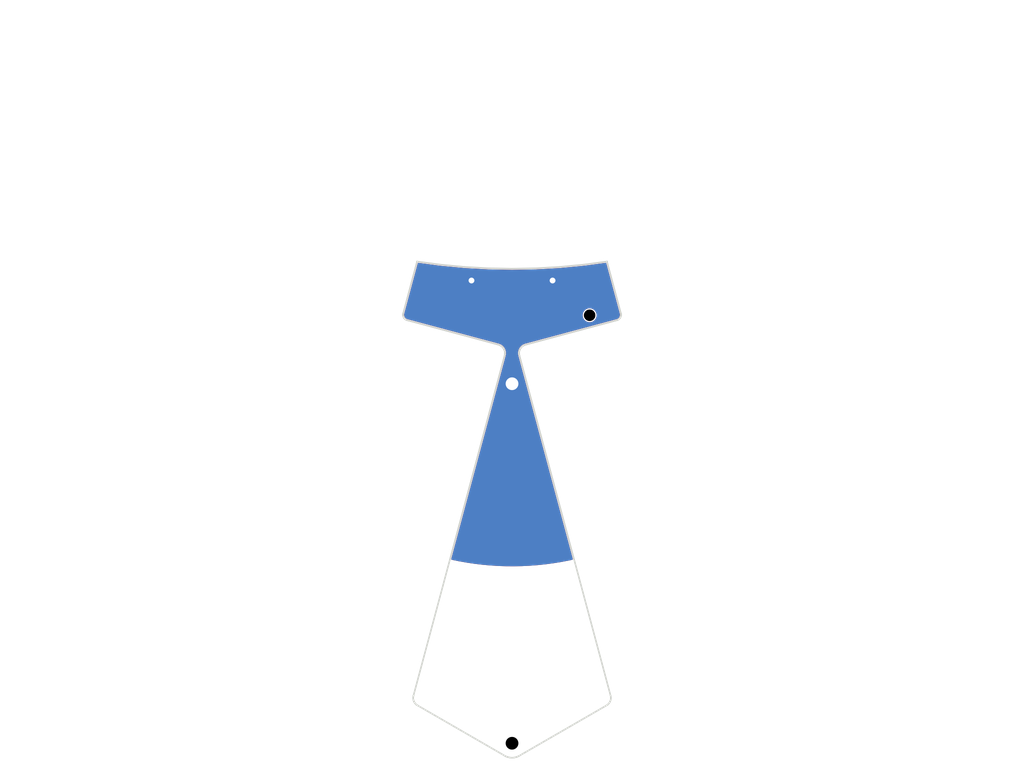
<source format=kicad_pcb>
(kicad_pcb (version 20211014) (generator pcbnew)
  (layers (0 "F.Cu" signal) (31 "B.Cu" signal) (34 "B.Paste" user) (35 "F.Paste" user) (36 "B.SilkS" user "B.Silkscreen") (37 "F.SilkS" user "F.Silkscreen") (38 "B.Mask" user) (39 "F.Mask" user) (44 "Edge.Cuts" user))
  (net 0 "")
  (net 1 "shield")
  (footprint "one42:one42cover" (layer "F.Cu") (at 147 35)
    (fp_text reference "REF**" hide)
    (fp_text value "one42cover")
    (fp_line (start 2.262473 23.609091) (end 2.190392 23.634405) (layer "Edge.Cuts") (width 0.264583))
    (fp_line (start 18.788224 18.143743) (end 18.800285 18.193784) (layer "Edge.Cuts") (width 0.264583))
    (fp_line (start -1.227043 25.124443) (end -1.22444 25.050012) (layer "Edge.Cuts") (width 0.264583))
    (fp_line (start 1.59275 24.05175) (end 1.546769 24.107366) (layer "Edge.Cuts") (width 0.264583))
    (fp_line (start -1.503538 24.165045) (end -1.546747 24.107366) (layer "Edge.Cuts") (width 0.264583))
    (fp_line (start -1.102941 94.640459) (end -1.249989 94.561956) (layer "Edge.Cuts") (width 0.264583))
    (fp_line (start -16.996541 85.023582) (end -17.013953 84.965726) (layer "Edge.Cuts") (width 0.264583))
    (fp_line (start 1.986653 23.729875) (end 1.92313 23.767824) (layer "Edge.Cuts") (width 0.264583))
    (fp_line (start -8.21594 10.149442) (end -4.110175 10.382266) (layer "Edge.Cuts") (width 0.264583))
    (fp_line (start -0.641816 94.813165) (end -0.798329 94.766063) (layer "Edge.Cuts") (width 0.264583))
    (fp_line (start 1.265694 24.686862) (end 1.250437 24.757907) (layer "Edge.Cuts") (width 0.264583))
    (fp_line (start -1.257753 25.349259) (end -1.243633 25.274182) (layer "Edge.Cuts") (width 0.264583))
    (fp_line (start -1.230283 24.902605) (end -1.238596 24.829859) (layer "Edge.Cuts") (width 0.264583))
    (fp_line (start -18.178518 19.337024) (end -18.225212 19.317928) (layer "Edge.Cuts") (width 0.264583))
    (fp_line (start -1.284302 24.616841) (end -1.306238 24.547958) (layer "Edge.Cuts") (width 0.264583))
    (fp_line (start -1.238596 24.829859) (end -1.250415 24.757907) (layer "Edge.Cuts") (width 0.264583))
    (fp_line (start -18.813034 18.540054) (end -18.818576 18.491556) (layer "Edge.Cuts") (width 0.264583))
    (fp_line (start -18.607601 19.021722) (end -18.636407 18.983269) (layer "Edge.Cuts") (width 0.264583))
    (fp_line (start 16.904248 85.246451) (end 16.844902 85.351757) (layer "Edge.Cuts") (width 0.264583))
    (fp_line (start -16.571959 85.678407) (end -16.616922 85.636302) (layer "Edge.Cuts") (width 0.264583))
    (fp_line (start 16.31906 85.861882) (end 16.31906 85.861882) (layer "Edge.Cuts") (width 0.264583))
    (fp_line (start -16.396603 9.218145) (end -12.312886 9.761401) (layer "Edge.Cuts") (width 0.264583))
    (fp_line (start 0.952234 94.708494) (end 0.798351 94.766063) (layer "Edge.Cuts") (width 0.264583))
    (fp_line (start 18.822494 18.393284) (end 18.821759 18.442607) (layer "Edge.Cuts") (width 0.264583))
    (fp_line (start -17.04177 84.847946) (end -17.052116 84.788165) (layer "Edge.Cuts") (width 0.264583))
    (fp_line (start -16.373271 85.82901) (end -16.425709 85.794174) (layer "Edge.Cuts") (width 0.264583))
    (fp_line (start 1.102963 94.640459) (end 0.952234 94.708494) (layer "Edge.Cuts") (width 0.264583))
    (fp_line (start -17.060048 84.727884) (end -17.065536 84.667175) (layer "Edge.Cuts") (width 0.264583))
    (fp_line (start -18.225212 19.317928) (end -18.270502 19.296688) (layer "Edge.Cuts") (width 0.264583))
    (fp_line (start 17.045517 84.297887) (end 17.062483 84.421458) (layer "Edge.Cuts") (width 0.264583))
    (fp_line (start 18.711312 18.860432) (end 18.688318 18.902547) (layer "Edge.Cuts") (width 0.264583))
    (fp_line (start 1.546769 24.107366) (end 1.50356 24.165045) (layer "Edge.Cuts") (width 0.264583))
    (fp_line (start -16.84488 85.351752) (end -16.875627 85.29967) (layer "Edge.Cuts") (width 0.264583))
    (fp_line (start 18.663342 18.943519) (end 18.636429 18.983269) (layer "Edge.Cuts") (width 0.264583))
    (fp_line (start -18.794983 18.635386) (end -18.805155 18.588023) (layer "Edge.Cuts") (width 0.264583))
    (fp_line (start 18.576968 19.058799) (end 18.54451 19.094425) (layer "Edge.Cuts") (width 0.264583))
    (fp_line (start -1.425704 24.286126) (end -1.463168 24.22467) (layer "Edge.Cuts") (width 0.264583))
    (fp_line (start 2.336527 23.587224) (end 2.262473 23.609091) (layer "Edge.Cuts") (width 0.264583))
    (fp_line (start -17.029039 84.907157) (end -17.04177 84.847946) (layer "Edge.Cuts") (width 0.264583))
    (fp_line (start 18.081117 19.368474) (end 2.336527 23.587224) (layer "Edge.Cuts") (width 0.264583))
    (fp_line (start 0.641838 94.813165) (end 0.483221 94.8498) (layer "Edge.Cuts") (width 0.264583))
    (fp_line (start 1.230305 24.902605) (end 1.225564 24.976028) (layer "Edge.Cuts") (width 0.264583))
    (fp_line (start 16.95488 85.136869) (end 16.904248 85.246451) (layer "Edge.Cuts") (width 0.264583))
    (fp_line (start -1.275845 25.424321) (end -1.275845 25.424321) (layer "Edge.Cuts") (width 0.264583))
    (fp_line (start 1.641438 23.998312) (end 1.59275 24.05175) (layer "Edge.Cuts") (width 0.264583))
    (fp_line (start -16.525083 85.718801) (end -16.571959 85.678407) (layer "Edge.Cuts") (width 0.264583))
    (fp_line (start -18.081095 19.368474) (end -18.130464 19.353898) (layer "Edge.Cuts") (width 0.264583))
    (fp_line (start 1.225564 24.976028) (end 1.224462 25.050012) (layer "Edge.Cuts") (width 0.264583))
    (fp_line (start -18.809676 18.243836) (end -18.800263 18.193784) (layer "Edge.Cuts") (width 0.264583))
    (fp_line (start -12.312886 9.761401) (end -8.21594 10.149442) (layer "Edge.Cuts") (width 0.264583))
    (fp_line (start -18.270502 19.296688) (end -18.314344 19.27338) (layer "Edge.Cuts") (width 0.264583))
    (fp_line (start -4.110175 10.382266) (end 0 10.459874) (layer "Edge.Cuts") (width 0.264583))
    (fp_line (start -18.805155 18.588023) (end -18.813034 18.540054) (layer "Edge.Cuts") (width 0.264583))
    (fp_line (start -1.546747 24.107366) (end -1.592728 24.05175) (layer "Edge.Cuts") (width 0.264583))
    (fp_line (start -16.777057 85.452208) (end -16.812013 85.402621) (layer "Edge.Cuts") (width 0.264583))
    (fp_line (start -2.262451 23.609091) (end -2.336505 23.587224) (layer "Edge.Cuts") (width 0.264583))
    (fp_line (start 1.861913 23.808643) (end 1.803069 23.852216) (layer "Edge.Cuts") (width 0.264583))
    (fp_line (start -18.474337 19.161013) (end -18.51027 19.128522) (layer "Edge.Cuts") (width 0.264583))
    (fp_line (start 18.732281 18.817249) (end 18.711312 18.860432) (layer "Edge.Cuts") (width 0.264583))
    (fp_line (start -0.323006 94.875967) (end -0.4832 94.8498) (layer "Edge.Cuts") (width 0.264583))
    (fp_line (start 0 10.459874) (end 4.110175 10.382266) (layer "Edge.Cuts") (width 0.264583))
    (fp_line (start 18.225234 19.317928) (end 18.17854 19.337024) (layer "Edge.Cuts") (width 0.264583))
    (fp_line (start 18.474359 19.161013) (end 18.436756 19.191821) (layer "Edge.Cuts") (width 0.264583))
    (fp_line (start 1.30626 24.547958) (end 1.284324 24.616841) (layer "Edge.Cuts") (width 0.264583))
    (fp_line (start 17.017949 84.174596) (end 17.045517 84.297887) (layer "Edge.Cuts") (width 0.264583))
    (fp_line (start -18.816486 18.293821) (end -18.809676 18.243836) (layer "Edge.Cuts") (width 0.264583))
    (fp_line (start -18.76794 18.72799) (end -18.782564 18.682068) (layer "Edge.Cuts") (width 0.264583))
    (fp_line (start -17.013953 84.965726) (end -17.029039 84.907157) (layer "Edge.Cuts") (width 0.264583))
    (fp_line (start -1.923108 23.767824) (end -1.986631 23.729875) (layer "Edge.Cuts") (width 0.264583))
    (fp_line (start 18.813056 18.540054) (end 18.805177 18.588023) (layer "Edge.Cuts") (width 0.264583))
    (fp_line (start 18.751179 18.773076) (end 18.732281 18.817249) (layer "Edge.Cuts") (width 0.264583))
    (fp_line (start -18.732259 18.817249) (end -18.751157 18.773076) (layer "Edge.Cuts") (width 0.264583))
    (fp_line (start 17.029061 84.907151) (end 16.996563 85.023579) (layer "Edge.Cuts") (width 0.264583))
    (fp_line (start -18.356693 19.248082) (end -18.397504 19.22087) (layer "Edge.Cuts") (width 0.264583))
    (fp_line (start 4.110175 10.382266) (end 8.21594 10.149442) (layer "Edge.Cuts") (width 0.264583))
    (fp_line (start -1.692742 23.947166) (end -1.746642 23.898429) (layer "Edge.Cuts") (width 0.264583))
    (fp_line (start -18.688296 18.902547) (end -18.71129 18.860432) (layer "Edge.Cuts") (width 0.264583))
    (fp_line (start 18.314366 19.27338) (end 18.270524 19.296688) (layer "Edge.Cuts") (width 0.264583))
    (fp_line (start -1.225542 24.976028) (end -1.230283 24.902605) (layer "Edge.Cuts") (width 0.264583))
    (fp_line (start 0.161782 94.891668) (end 0.000011 94.896901) (layer "Edge.Cuts") (width 0.264583))
    (fp_line (start 1.391234 24.349299) (end 1.359781 24.414072) (layer "Edge.Cuts") (width 0.264583))
    (fp_line (start 0.483221 94.8498) (end 0.323028 94.875967) (layer "Edge.Cuts") (width 0.264583))
    (fp_line (start 18.436756 19.191821) (end 18.397526 19.22087) (layer "Edge.Cuts") (width 0.264583))
    (fp_line (start -1.463168 24.22467) (end -1.503538 24.165045) (layer "Edge.Cuts") (width 0.264583))
    (fp_line (start -2.336505 23.587224) (end -18.081095 19.368474) (layer "Edge.Cuts") (width 0.264583))
    (fp_line (start -18.822472 18.393284) (end -18.820736 18.343663) (layer "Edge.Cuts") (width 0.264583))
    (fp_line (start 16.616944 85.636318) (end 16.525105 85.718821) (layer "Edge.Cuts") (width 0.264583))
    (fp_line (start 18.54451 19.094425) (end 18.510292 19.128522) (layer "Edge.Cuts") (width 0.264583))
    (fp_line (start -18.576946 19.058799) (end -18.607601 19.021722) (layer "Edge.Cuts") (width 0.264583))
    (fp_line (start 18.607623 19.021722) (end 18.576968 19.058799) (layer "Edge.Cuts") (width 0.264583))
    (fp_line (start 17.017949 84.174596) (end 17.017949 84.174596) (layer "Edge.Cuts") (width 0.264583))
    (fp_line (start -17.017927 84.174596) (end -1.275845 25.424321) (layer "Edge.Cuts") (width 0.264583))
    (fp_line (start 18.800285 18.193784) (end 18.809698 18.243836) (layer "Edge.Cuts") (width 0.264583))
    (fp_line (start 18.510292 19.128522) (end 18.474359 19.161013) (layer "Edge.Cuts") (width 0.264583))
    (fp_line (start -0.798329 94.766063) (end -0.952213 94.708494) (layer "Edge.Cuts") (width 0.264583))
    (fp_line (start -1.746642 23.898429) (end -1.803047 23.852216) (layer "Edge.Cuts") (width 0.264583))
    (fp_line (start -1.391212 24.349299) (end -1.425704 24.286126) (layer "Edge.Cuts") (width 0.264583))
    (fp_line (start -1.249989 94.561956) (end -1.249989 94.561956) (layer "Edge.Cuts") (width 0.264583))
    (fp_line (start -1.250415 24.757907) (end -1.265672 24.686862) (layer "Edge.Cuts") (width 0.264583))
    (fp_line (start 18.788224 18.143743) (end 18.788224 18.143743) (layer "Edge.Cuts") (width 0.264583))
    (fp_line (start -1.243633 25.274182) (end -1.233419 25.199204) (layer "Edge.Cuts") (width 0.264583))
    (fp_line (start -0.16176 94.891668) (end -0.323006 94.875967) (layer "Edge.Cuts") (width 0.264583))
    (fp_line (start -18.818576 18.491556) (end -18.821737 18.442607) (layer "Edge.Cuts") (width 0.264583))
    (fp_line (start -16.319038 85.861852) (end -16.319038 85.861852) (layer "Edge.Cuts") (width 0.264583))
    (fp_line (start -16.319038 85.861852) (end -16.373271 85.82901) (layer "Edge.Cuts") (width 0.264583))
    (fp_line (start -18.71129 18.860432) (end -18.732259 18.817249) (layer "Edge.Cuts") (width 0.264583))
    (fp_line (start -2.052394 23.694912) (end -2.120329 23.66305) (layer "Edge.Cuts") (width 0.264583))
    (fp_line (start -16.659943 85.592559) (end -16.700992 85.547248) (layer "Edge.Cuts") (width 0.264583))
    (fp_line (start -18.821737 18.442607) (end -18.822472 18.393284) (layer "Edge.Cuts") (width 0.264583))
    (fp_line (start 17.062483 84.421458) (end 17.069085 84.54474) (layer "Edge.Cuts") (width 0.264583))
    (fp_line (start 18.795005 18.635386) (end 18.782586 18.682068) (layer "Edge.Cuts") (width 0.264583))
    (fp_line (start -1.233419 25.199204) (end -1.227043 25.124443) (layer "Edge.Cuts") (width 0.264583))
    (fp_line (start -17.069063 84.544756) (end -17.067043 84.483189) (layer "Edge.Cuts") (width 0.264583))
    (fp_line (start 1.803069 23.852216) (end 1.746664 23.898429) (layer "Edge.Cuts") (width 0.264583))
    (fp_line (start -17.065536 84.667175) (end -17.068551 84.606108) (layer "Edge.Cuts") (width 0.264583))
    (fp_line (start 18.17854 19.337024) (end 18.130486 19.353898) (layer "Edge.Cuts") (width 0.264583))
    (fp_line (start 18.821759 18.442607) (end 18.818598 18.491556) (layer "Edge.Cuts") (width 0.264583))
    (fp_line (start 18.805177 18.588023) (end 18.795005 18.635386) (layer "Edge.Cuts") (width 0.264583))
    (fp_line (start 18.636429 18.983269) (end 18.607623 19.021722) (layer "Edge.Cuts") (width 0.264583))
    (fp_line (start 1.692764 23.947166) (end 1.641438 23.998312) (layer "Edge.Cuts") (width 0.264583))
    (fp_line (start -17.045495 84.297912) (end -17.033051 84.236199) (layer "Edge.Cuts") (width 0.264583))
    (fp_line (start 0.323028 94.875967) (end 0.161782 94.891668) (layer "Edge.Cuts") (width 0.264583))
    (fp_line (start 1.227065 25.124443) (end 1.233441 25.199204) (layer "Edge.Cuts") (width 0.264583))
    (fp_line (start 18.820758 18.343663) (end 18.822494 18.393284) (layer "Edge.Cuts") (width 0.264583))
    (fp_line (start -16.954858 85.136869) (end -16.976833 85.080653) (layer "Edge.Cuts") (width 0.264583))
    (fp_line (start 2.120351 23.66305) (end 2.052416 23.694912) (layer "Edge.Cuts") (width 0.264583))
    (fp_line (start -1.249989 94.561956) (end -16.319038 85.861852) (layer "Edge.Cuts") (width 0.264583))
    (fp_line (start 1.257775 25.349259) (end 1.275866 25.424321) (layer "Edge.Cuts") (width 0.264583))
    (fp_line (start -1.22444 25.050012) (end -1.225542 24.976028) (layer "Edge.Cuts") (width 0.264583))
    (fp_line (start -1.641416 23.998312) (end -1.692742 23.947166) (layer "Edge.Cuts") (width 0.264583))
    (fp_line (start -1.306238 24.547958) (end -1.331413 24.48033) (layer "Edge.Cuts") (width 0.264583))
    (fp_line (start -16.904226 85.246449) (end -16.930646 85.192158) (layer "Edge.Cuts") (width 0.264583))
    (fp_line (start -1.359759 24.414072) (end -1.391212 24.349299) (layer "Edge.Cuts") (width 0.264583))
    (fp_line (start 18.130486 19.353898) (end 18.081117 19.368474) (layer "Edge.Cuts") (width 0.264583))
    (fp_line (start -16.476323 85.757414) (end -16.525083 85.718801) (layer "Edge.Cuts") (width 0.264583))
    (fp_line (start 1.50356 24.165045) (end 1.46319 24.22467) (layer "Edge.Cuts") (width 0.264583))
    (fp_line (start 18.397526 19.22087) (end 18.356715 19.248082) (layer "Edge.Cuts") (width 0.264583))
    (fp_line (start 18.688318 18.902547) (end 18.663342 18.943519) (layer "Edge.Cuts") (width 0.264583))
    (fp_line (start -16.875627 85.29967) (end -16.904226 85.246449) (layer "Edge.Cuts") (width 0.264583))
    (fp_line (start -16.616922 85.636302) (end -16.659943 85.592559) (layer "Edge.Cuts") (width 0.264583))
    (fp_line (start 0.798351 94.766063) (end 0.641838 94.813165) (layer "Edge.Cuts") (width 0.264583))
    (fp_line (start -18.782564 18.682068) (end -18.794983 18.635386) (layer "Edge.Cuts") (width 0.264583))
    (fp_line (start 17.069085 84.54474) (end 17.065558 84.667162) (layer "Edge.Cuts") (width 0.264583))
    (fp_line (start -17.062461 84.421478) (end -17.055288 84.359696) (layer "Edge.Cuts") (width 0.264583))
    (fp_line (start -18.51027 19.128522) (end -18.544488 19.094425) (layer "Edge.Cuts") (width 0.264583))
    (fp_line (start 2.190392 23.634405) (end 2.120351 23.66305) (layer "Edge.Cuts") (width 0.264583))
    (fp_line (start 1.224462 25.050012) (end 1.227065 25.124443) (layer "Edge.Cuts") (width 0.264583))
    (fp_line (start 16.425731 85.794199) (end 16.31906 85.861882) (layer "Edge.Cuts") (width 0.264583))
    (fp_line (start 1.284324 24.616841) (end 1.265694 24.686862) (layer "Edge.Cuts") (width 0.264583))
    (fp_line (start -1.592728 24.05175) (end -1.641416 23.998312) (layer "Edge.Cuts") (width 0.264583))
    (fp_line (start 16.996563 85.023579) (end 16.95488 85.136869) (layer "Edge.Cuts") (width 0.264583))
    (fp_line (start -18.314344 19.27338) (end -18.356693 19.248082) (layer "Edge.Cuts") (width 0.264583))
    (fp_line (start 16.396604 9.218145) (end 16.396604 9.218145) (layer "Edge.Cuts") (width 0.264583))
    (fp_line (start -1.861891 23.808643) (end -1.923108 23.767824) (layer "Edge.Cuts") (width 0.264583))
    (fp_line (start -17.055288 84.359696) (end -17.045495 84.297912) (layer "Edge.Cuts") (width 0.264583))
    (fp_line (start 0.000011 94.896901) (end -0.16176 94.891668) (layer "Edge.Cuts") (width 0.264583))
    (fp_line (start 16.844902 85.351757) (end 16.777079 85.452217) (layer "Edge.Cuts") (width 0.264583))
    (fp_line (start 16.525105 85.718821) (end 16.425731 85.794199) (layer "Edge.Cuts") (width 0.264583))
    (fp_line (start -17.052116 84.788165) (end -17.060048 84.727884) (layer "Edge.Cuts") (width 0.264583))
    (fp_line (start -18.081095 19.368474) (end -18.081095 19.368474) (layer "Edge.Cuts") (width 0.264583))
    (fp_line (start -16.700992 85.547248) (end -16.74004 85.500441) (layer "Edge.Cuts") (width 0.264583))
    (fp_line (start -17.017927 84.174627) (end -17.017927 84.174627) (layer "Edge.Cuts") (width 0.264583))
    (fp_line (start -16.976833 85.080653) (end -16.996541 85.023582) (layer "Edge.Cuts") (width 0.264583))
    (fp_line (start -17.017927 84.174627) (end -17.017927 84.174596) (layer "Edge.Cuts") (width 0.264583))
    (fp_line (start -1.331413 24.48033) (end -1.359759 24.414072) (layer "Edge.Cuts") (width 0.264583))
    (fp_line (start 18.816508 18.293821) (end 18.820758 18.343663) (layer "Edge.Cuts") (width 0.264583))
    (fp_line (start -1.265672 24.686862) (end -1.284302 24.616841) (layer "Edge.Cuts") (width 0.264583))
    (fp_line (start -16.396603 9.218145) (end -16.396603 9.218145) (layer "Edge.Cuts") (width 0.264583))
    (fp_line (start 1.746664 23.898429) (end 1.692764 23.947166) (layer "Edge.Cuts") (width 0.264583))
    (fp_line (start 1.25001 94.561956) (end 1.25001 94.561956) (layer "Edge.Cuts") (width 0.264583))
    (fp_line (start -1.803047 23.852216) (end -1.861891 23.808643) (layer "Edge.Cuts") (width 0.264583))
    (fp_line (start 18.818598 18.491556) (end 18.813056 18.540054) (layer "Edge.Cuts") (width 0.264583))
    (fp_line (start 18.767962 18.72799) (end 18.751179 18.773076) (layer "Edge.Cuts") (width 0.264583))
    (fp_line (start -18.636407 18.983269) (end -18.66332 18.943519) (layer "Edge.Cuts") (width 0.264583))
    (fp_line (start -0.4832 94.8498) (end -0.641816 94.813165) (layer "Edge.Cuts") (width 0.264583))
    (fp_line (start -18.544488 19.094425) (end -18.576946 19.058799) (layer "Edge.Cuts") (width 0.264583))
    (fp_line (start -18.820736 18.343663) (end -18.816486 18.293821) (layer "Edge.Cuts") (width 0.264583))
    (fp_line (start 1.243655 25.274182) (end 1.257775 25.349259) (layer "Edge.Cuts") (width 0.264583))
    (fp_line (start 1.238618 24.829859) (end 1.230305 24.902605) (layer "Edge.Cuts") (width 0.264583))
    (fp_line (start -2.19037 23.634405) (end -2.262451 23.609091) (layer "Edge.Cuts") (width 0.264583))
    (fp_line (start -1.986631 23.729875) (end -2.052394 23.694912) (layer "Edge.Cuts") (width 0.264583))
    (fp_line (start 1.92313 23.767824) (end 1.861913 23.808643) (layer "Edge.Cuts") (width 0.264583))
    (fp_line (start 18.270524 19.296688) (end 18.225234 19.317928) (layer "Edge.Cuts") (width 0.264583))
    (fp_line (start -18.397504 19.22087) (end -18.436734 19.191821) (layer "Edge.Cuts") (width 0.264583))
    (fp_line (start 2.052416 23.694912) (end 1.986653 23.729875) (layer "Edge.Cuts") (width 0.264583))
    (fp_line (start -16.425709 85.794174) (end -16.476323 85.757414) (layer "Edge.Cuts") (width 0.264583))
    (fp_line (start -18.800263 18.193784) (end -18.788202 18.143743) (layer "Edge.Cuts") (width 0.264583))
    (fp_line (start -18.788202 18.143743) (end -16.396603 9.218145) (layer "Edge.Cuts") (width 0.264583))
    (fp_line (start -16.74004 85.500441) (end -16.777057 85.452208) (layer "Edge.Cuts") (width 0.264583))
    (fp_line (start 16.777079 85.452217) (end 16.701014 85.54726) (layer "Edge.Cuts") (width 0.264583))
    (fp_line (start -18.130464 19.353898) (end -18.178518 19.337024) (layer "Edge.Cuts") (width 0.264583))
    (fp_line (start -2.336505 23.587224) (end -2.336505 23.587224) (layer "Edge.Cuts") (width 0.264583))
    (fp_line (start -0.952213 94.708494) (end -1.102941 94.640459) (layer "Edge.Cuts") (width 0.264583))
    (fp_line (start 8.21594 10.149442) (end 12.312886 9.761401) (layer "Edge.Cuts") (width 0.264583))
    (fp_line (start -17.067043 84.483189) (end -17.062461 84.421478) (layer "Edge.Cuts") (width 0.264583))
    (fp_line (start 17.052138 84.788156) (end 17.029061 84.907151) (layer "Edge.Cuts") (width 0.264583))
    (fp_line (start 18.782586 18.682068) (end 18.767962 18.72799) (layer "Edge.Cuts") (width 0.264583))
    (fp_line (start -18.66332 18.943519) (end -18.688296 18.902547) (layer "Edge.Cuts") (width 0.264583))
    (fp_line (start 16.396604 9.218145) (end 18.788224 18.143743) (layer "Edge.Cuts") (width 0.264583))
    (fp_line (start 1.359781 24.414072) (end 1.331434 24.48033) (layer "Edge.Cuts") (width 0.264583))
    (fp_line (start -17.068551 84.606108) (end -17.069063 84.544756) (layer "Edge.Cuts") (width 0.264583))
    (fp_line (start 1.250437 24.757907) (end 1.238618 24.829859) (layer "Edge.Cuts") (width 0.264583))
    (fp_line (start 1.25001 94.561956) (end 1.102963 94.640459) (layer "Edge.Cuts") (width 0.264583))
    (fp_line (start 12.312886 9.761401) (end 16.396604 9.218145) (layer "Edge.Cuts") (width 0.264583))
    (fp_line (start 2.336527 23.587224) (end 2.336527 23.587224) (layer "Edge.Cuts") (width 0.264583))
    (fp_line (start -18.436734 19.191821) (end -18.474337 19.161013) (layer "Edge.Cuts") (width 0.264583))
    (fp_line (start -18.788202 18.143743) (end -18.788202 18.143743) (layer "Edge.Cuts") (width 0.264583))
    (fp_line (start 18.356715 19.248082) (end 18.314366 19.27338) (layer "Edge.Cuts") (width 0.264583))
    (fp_line (start -18.751157 18.773076) (end -18.76794 18.72799) (layer "Edge.Cuts") (width 0.264583))
    (fp_line (start -1.275845 25.424321) (end -1.257753 25.349259) (layer "Edge.Cuts") (width 0.264583))
    (fp_line (start 1.425726 24.286126) (end 1.391234 24.349299) (layer "Edge.Cuts") (width 0.264583))
    (fp_line (start 16.701014 85.54726) (end 16.616944 85.636318) (layer "Edge.Cuts") (width 0.264583))
    (fp_line (start 17.065558 84.667162) (end 17.052138 84.788156) (layer "Edge.Cuts") (width 0.264583))
    (fp_line (start 1.46319 24.22467) (end 1.425726 24.286126) (layer "Edge.Cuts") (width 0.264583))
    (fp_line (start 16.31906 85.861882) (end 1.25001 94.561956) (layer "Edge.Cuts") (width 0.264583))
    (fp_line (start 1.275866 25.424321) (end 1.275866 25.424321) (layer "Edge.Cuts") (width 0.264583))
    (fp_line (start -17.033051 84.236199) (end -17.017927 84.174627) (layer "Edge.Cuts") (width 0.264583))
    (fp_line (start -16.812013 85.402621) (end -16.84488 85.351752) (layer "Edge.Cuts") (width 0.264583))
    (fp_line (start 18.809698 18.243836) (end 18.816508 18.293821) (layer "Edge.Cuts") (width 0.264583))
    (fp_line (start 18.081117 19.368474) (end 18.081117 19.368474) (layer "Edge.Cuts") (width 0.264583))
    (fp_line (start 1.331434 24.48033) (end 1.30626 24.547958) (layer "Edge.Cuts") (width 0.264583))
    (fp_line (start 1.233441 25.199204) (end 1.243655 25.274182) (layer "Edge.Cuts") (width 0.264583))
    (fp_line (start 1.275866 25.424321) (end 17.017949 84.174596) (layer "Edge.Cuts") (width 0.264583))
    (fp_line (start -2.120329 23.66305) (end -2.19037 23.634405) (layer "Edge.Cuts") (width 0.264583))
    (fp_line (start -16.930646 85.192158) (end -16.954858 85.136869) (layer "Edge.Cuts") (width 0.264583))
    (pad "" thru_hole circle (at 7 12.5) (size 1.2 1.2) (drill 1) (layers *.Cu *.Mask) (net 1 "shield"))
    (pad "" thru_hole circle (at -7 12.5) (size 1.2 1.2) (drill 1) (layers *.Cu *.Mask) (net 1 "shield"))
    (pad "" np_thru_hole circle (at 0 92.396903) (size 2.2 2.2) (drill 2.2) (layers *.Mask))
    (pad "" thru_hole circle (at 0 30.322024) (size 3 3) (drill 2.2) (layers *.Cu *.Mask) (net 1 "shield"))
    (pad "" np_thru_hole circle (at 13.4 18.5) (size 2 2) (drill 2) (layers *.Mask))
  )
  (zone (net 1) (net_name "shield") (layers F&B.Cu) (connect_pads yes (clearance 0.2)) (min_thickness 0.254) (fill yes (thermal_gap 0.508) (thermal_bridge_width 0.508))
    (polygon (pts (xy 195.841442 48) (xy 195.822399 46.636267) (xy 195.765287 45.273597) (xy 195.670148 43.913053) (xy 195.537058 42.555697) (xy 195.36612 41.202585) (xy 195.157468 39.854774) (xy 194.911264 38.513314) (xy 194.627701 37.179252) (xy 194.306998 35.853627) (xy 193.949407 34.537474) (xy 193.555207 33.231819) (xy 193.124704 31.937679) (xy 192.658234 30.656064) (xy 192.156161 29.387973) (xy 191.618877 28.134396) (xy 191.046801 26.896309) (xy 190.440378 25.674678) (xy 189.800082 24.470456) (xy 189.126411 23.284581) (xy 188.419892 22.117979) (xy 187.681074 20.971559) (xy 186.910535 19.846214) (xy 186.108875 18.742824) (xy 185.276719 17.662247) (xy 184.414715 16.605326) (xy 183.523537 15.572886) (xy 182.603879 14.565732) (xy 181.656458 13.584649) (xy 180.682013 12.630402) (xy 179.681304 11.703735) (xy 178.655111 10.805371) (xy 177.604234 9.93601) (xy 176.529493 9.09633) (xy 175.431725 8.286986) (xy 174.311788 7.508609) (xy 173.170553 6.761807) (xy 172.008912 6.04716) (xy 170.827769 5.365227) (xy 169.628046 4.716539) (xy 168.410679 4.101603) (xy 167.176616 3.520897) (xy 165.92682 2.974874) (xy 164.662265 2.463961) (xy 163.383938 1.988556) (xy 162.092836 1.549028) (xy 160.789964 1.145722) (xy 159.476339 0.778952) (xy 158.152986 0.449002) (xy 156.820936 0.156132) (xy 155.481227 -0.099431) (xy 154.134906 -0.317487) (xy 152.783021 -0.497867) (xy 151.426626 -0.64043) (xy 150.06678 -0.745065) (xy 148.704542 -0.811689) (xy 147.340975 -0.840252) (xy 145.977142 -0.83073) (xy 144.614107 -0.783132) (xy 143.252932 -0.697494) (xy 141.894679 -0.573883) (xy 140.540407 -0.412396) (xy 139.191172 -0.213159) (xy 137.848026 0.023674) (xy 136.512017 0.297918) (xy 135.184186 0.609358) (xy 133.865568 0.957751) (xy 132.557192 1.342827) (xy 131.260079 1.764285) (xy 129.975239 2.221796) (xy 128.703674 2.715004) (xy 127.446376 3.243523) (xy 126.204325 3.806942) (xy 124.978491 4.404822) (xy 123.769828 5.036695) (xy 122.579279 5.70207) (xy 121.407773 6.400428) (xy 120.256223 7.131224) (xy 119.125526 7.893889) (xy 118.016566 8.687826) (xy 116.930206 9.512418) (xy 115.867293 10.367022) (xy 114.828657 11.250971) (xy 113.815107 12.163575) (xy 112.827434 13.104124) (xy 111.866407 14.071883) (xy 110.932776 15.066099) (xy 110.02727 16.085995) (xy 109.150594 17.130777) (xy 108.303431 18.19963) (xy 107.486443 19.291721) (xy 106.700267 20.406197) (xy 105.945515 21.54219) (xy 105.222776 22.698814) (xy 104.532614 23.875167) (xy 103.875566 25.070332) (xy 103.252146 26.283377) (xy 102.662839 27.513355) (xy 102.108105 28.759309) (xy 101.588376 30.020266) (xy 101.104057 31.295243) (xy 100.655527 32.583246) (xy 100.243135 33.88327) (xy 99.867203 35.194302) (xy 99.528023 36.51532) (xy 99.225861 37.845293) (xy 98.960951 39.183185) (xy 98.733501 40.527951) (xy 98.543687 41.878544) (xy 98.391659 43.23391) (xy 98.277533 44.592993) (xy 98.2014 45.954733) (xy 98.163319 47.318067) (xy 98.163319 48.681933) (xy 98.2014 50.045267) (xy 98.277533 51.407007) (xy 98.391659 52.76609) (xy 98.543687 54.121456) (xy 98.733501 55.472049) (xy 98.960951 56.816815) (xy 99.225861 58.154707) (xy 99.528023 59.48468) (xy 99.867203 60.805698) (xy 100.243135 62.11673) (xy 100.655527 63.416754) (xy 101.104057 64.704757) (xy 101.588376 65.979734) (xy 102.108105 67.240691) (xy 102.662839 68.486645) (xy 103.252146 69.716623) (xy 103.875566 70.929668) (xy 104.532614 72.124833) (xy 105.222776 73.301186) (xy 105.945515 74.45781) (xy 106.700267 75.593803) (xy 107.486443 76.708279) (xy 108.303431 77.80037) (xy 109.150594 78.869223) (xy 110.02727 79.914005) (xy 110.932776 80.933901) (xy 111.866407 81.928117) (xy 112.827434 82.895876) (xy 113.815107 83.836425) (xy 114.828657 84.749029) (xy 115.867293 85.632978) (xy 116.930206 86.487582) (xy 118.016566 87.312174) (xy 119.125526 88.106111) (xy 120.256223 88.868776) (xy 121.407773 89.599572) (xy 122.579279 90.29793) (xy 123.769828 90.963305) (xy 124.978491 91.595178) (xy 126.204325 92.193058) (xy 127.446376 92.756477) (xy 128.703674 93.284996) (xy 129.975239 93.778204) (xy 131.260079 94.235715) (xy 132.557192 94.657173) (xy 133.865568 95.042249) (xy 135.184186 95.390642) (xy 136.512017 95.702082) (xy 137.848026 95.976326) (xy 139.191172 96.213159) (xy 140.540407 96.412396) (xy 141.894679 96.573883) (xy 143.252932 96.697494) (xy 144.614107 96.783132) (xy 145.977142 96.83073) (xy 147.340975 96.840252) (xy 148.704542 96.811689) (xy 150.06678 96.745065) (xy 151.426626 96.64043) (xy 152.783021 96.497867) (xy 154.134906 96.317487) (xy 155.481227 96.099431) (xy 156.820936 95.843868) (xy 158.152986 95.550998) (xy 159.476339 95.221048) (xy 160.789964 94.854278) (xy 162.092836 94.450972) (xy 163.383938 94.011444) (xy 164.662265 93.536039) (xy 165.92682 93.025126) (xy 167.176616 92.479103) (xy 168.410679 91.898397) (xy 169.628046 91.283461) (xy 170.827769 90.634773) (xy 172.008912 89.95284) (xy 173.170553 89.238193) (xy 174.311788 88.491391) (xy 175.431725 87.713014) (xy 176.529493 86.90367) (xy 177.604234 86.06399) (xy 178.655111 85.194629) (xy 179.681304 84.296265) (xy 180.682013 83.369598) (xy 181.656458 82.415351) (xy 182.603879 81.434268) (xy 183.523537 80.427114) (xy 184.414715 79.394674) (xy 185.276719 78.337753) (xy 186.108875 77.257176) (xy 186.910535 76.153786) (xy 187.681074 75.028441) (xy 188.419892 73.882021) (xy 189.126411 72.715419) (xy 189.800082 71.529544) (xy 190.440378 70.325322) (xy 191.046801 69.103691) (xy 191.618877 67.865604) (xy 192.156161 66.612027) (xy 192.658234 65.343936) (xy 193.124704 64.062321) (xy 193.555207 62.768181) (xy 193.949407 61.462526) (xy 194.306998 60.146373) (xy 194.627701 58.820748) (xy 194.911264 57.486686) (xy 195.157468 56.145226) (xy 195.36612 54.797415) (xy 195.537058 53.444303) (xy 195.670148 52.086947) (xy 195.765287 50.726403) (xy 195.822399 49.363733)))
  )
)
</source>
